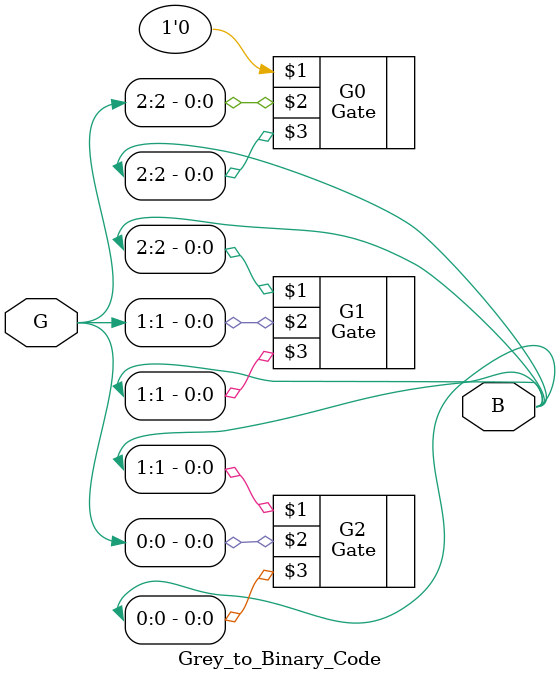
<source format=v>
`timescale 1ns / 1ps

module Grey_to_Binary_Code(
    input [2:0] G,
    output [2:0] B
    );
    
Gate G0(1'b0, G[2], B[2]);
Gate G1(B[2],G[1],B[1]);
Gate G2(B[1],G[0],B[0]);

endmodule

</source>
